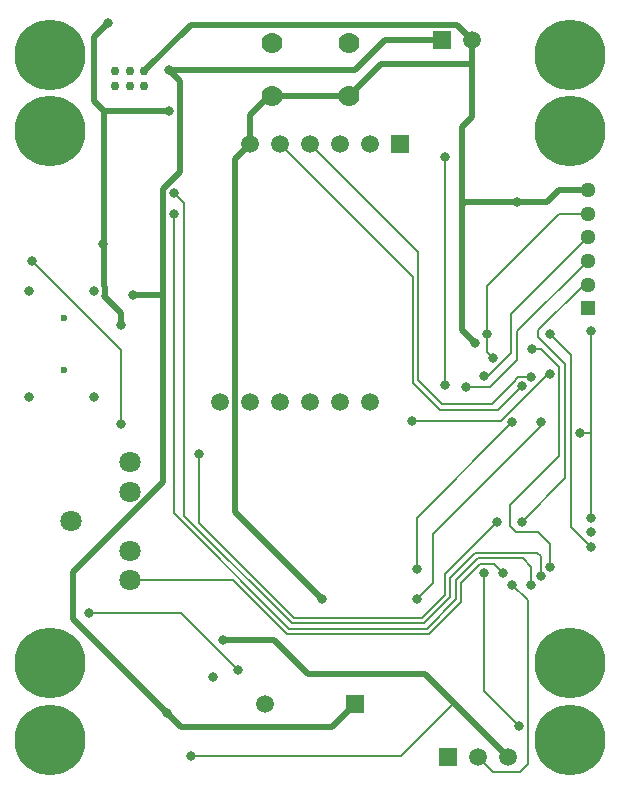
<source format=gbl>
G04 Layer_Physical_Order=2*
G04 Layer_Color=16711680*
%FSTAX24Y24*%
%MOIN*%
G70*
G01*
G75*
%ADD33C,0.0200*%
%ADD34C,0.0080*%
%ADD36C,0.0591*%
%ADD37R,0.0591X0.0591*%
%ADD38R,0.0591X0.0591*%
%ADD39C,0.0512*%
%ADD40R,0.0512X0.0512*%
%ADD41C,0.0236*%
%ADD42C,0.0709*%
%ADD43C,0.0300*%
%ADD44C,0.0700*%
%ADD45C,0.0591*%
%ADD46C,0.2362*%
%ADD47C,0.0320*%
D33*
X074656Y064895D02*
X083545D01*
X08404Y0644D01*
X08554Y058998D02*
X08654D01*
X08694Y059398D01*
X087892D01*
X08344Y0423D02*
X08524Y0405D01*
X082481Y043259D02*
X08344Y0423D01*
X078581Y043259D02*
X082481D01*
X07744Y0444D02*
X078581Y043259D01*
X07574Y0444D02*
X07744D01*
X07614Y048661D02*
Y060429D01*
Y048661D02*
X07904Y045761D01*
X07614Y060429D02*
X07664Y060929D01*
X07177Y056193D02*
Y06204D01*
Y056193D02*
X071796Y056168D01*
Y05587D02*
Y056168D01*
X071783Y055857D02*
X071796Y05587D01*
X071783Y055857D02*
X07234Y0553D01*
Y0549D02*
Y0553D01*
X07311Y06335D02*
X074656Y064895D01*
X07394Y0634D02*
X08014D01*
X08114Y0644D01*
X08304D01*
X07664Y060929D02*
Y0619D01*
X077258Y062518D01*
X077364D01*
X079923D01*
X081005Y0636D01*
X08404D01*
X083789Y058998D02*
X08554D01*
X08404Y0636D02*
Y0644D01*
Y061849D02*
Y0636D01*
X07074Y0451D02*
X07434Y0415D01*
X07074Y046664D02*
X073735Y049658D01*
X07074Y0451D02*
Y046664D01*
X07434Y0415D02*
X079381D01*
X073735Y0559D02*
Y059449D01*
Y049658D02*
Y0559D01*
X07274D02*
X073735D01*
X079381Y0415D02*
X08014Y042259D01*
X073735Y059449D02*
X0743Y060015D01*
Y06304D01*
X07394Y0634D02*
X0743Y06304D01*
X07144Y06451D02*
X07189Y06496D01*
X07186Y06204D02*
X07394D01*
X07144Y06237D02*
X07177Y06204D01*
X07144Y06237D02*
Y06451D01*
X083691Y0589D02*
Y0615D01*
X08404Y061849D01*
X083691Y054749D02*
Y0589D01*
X083789Y058998D01*
X083691Y054749D02*
X08414Y0543D01*
D34*
X08734Y048151D02*
X087994Y047498D01*
X08734Y048151D02*
Y0539D01*
X08714Y049789D02*
Y0536D01*
X085698Y048346D02*
X08714Y049789D01*
X086943Y050545D02*
Y0535D01*
X085289Y048891D02*
X086943Y050545D01*
X08274Y046302D02*
Y047943D01*
X082199Y045761D02*
X08274Y046302D01*
Y047943D02*
X086328Y05153D01*
Y051654D01*
X08664Y0546D02*
X08734Y0539D01*
X08534Y055271D02*
X087892Y057823D01*
X08534Y053976D02*
Y055271D01*
X084565Y0532D02*
X08534Y053976D01*
X08554Y054683D02*
X087892Y057035D01*
X08554Y053746D02*
Y054683D01*
X08464Y052846D02*
X08554Y053746D01*
X08206Y05298D02*
X082967Y052074D01*
X07764Y060929D02*
X08206Y056509D01*
Y05298D02*
Y056509D01*
X07864Y060929D02*
X08224Y057329D01*
Y053055D02*
Y057329D01*
Y053055D02*
X083041Y052254D01*
X084694D01*
X082967Y052074D02*
X084918D01*
X085574Y053154D02*
X086013D01*
X085398Y052978D02*
X085574Y053154D01*
X085398Y052957D02*
Y052978D01*
X084694Y052254D02*
X085398Y052957D01*
X084918Y052074D02*
X085698Y052854D01*
X077877Y0446D02*
X082604D01*
X077951Y04478D02*
X082529D01*
X074095Y048637D02*
Y0586D01*
X078026Y04496D02*
X082455D01*
X07444Y048545D02*
Y058954D01*
Y048545D02*
X078026Y04496D01*
X074095Y048637D02*
X077951Y04478D01*
X076084Y046393D02*
X077877Y0446D01*
X072638Y046393D02*
X076084D01*
X0781Y04514D02*
X08238D01*
X07494Y0483D02*
X0781Y04514D01*
X07494Y0483D02*
Y0506D01*
X08368Y045676D02*
Y046313D01*
X0835Y045751D02*
Y046388D01*
X08332Y045825D02*
Y04648D01*
X082604Y0446D02*
X08368Y045676D01*
X082529Y04478D02*
X0835Y045751D01*
X082455Y04496D02*
X08332Y045825D01*
X08314Y0459D02*
Y0466D01*
X08238Y04514D02*
X08314Y0459D01*
X08368Y046313D02*
X084314Y046946D01*
X0835Y046388D02*
X084239Y047126D01*
X08332Y04648D02*
X084147Y047306D01*
X08314Y0466D02*
X084887Y048346D01*
X08314Y0529D02*
Y0605D01*
X08204Y051688D02*
X084993D01*
X086559Y053254D01*
X08624Y054729D02*
X087759Y056248D01*
X087892D01*
X08454Y0562D02*
X086951Y05861D01*
X087892D01*
X087995Y0513D02*
Y0547D01*
Y048506D02*
Y0513D01*
X08764D02*
X087995D01*
Y048506D02*
X088019Y048482D01*
X081686Y040546D02*
X08344Y0423D01*
X074686Y040546D02*
X081686D01*
X08424Y0405D02*
X08474Y04D01*
X08564D01*
X085895Y040254D01*
X07234Y0516D02*
Y054071D01*
X069388Y057023D02*
X07234Y054071D01*
X086559Y053254D02*
X086643D01*
X074095Y0593D02*
X07444Y058954D01*
X08624Y0545D02*
Y054729D01*
Y0545D02*
X08714Y0536D01*
X085733Y047126D02*
X086013Y046846D01*
Y046246D02*
Y046846D01*
X085895Y040254D02*
Y045735D01*
X085383Y046246D02*
X085895Y045735D01*
X084147Y047306D02*
X086214D01*
X086328Y047193D01*
Y046546D02*
Y047193D01*
X085289Y0482D02*
X085489Y048D01*
X08624D01*
X086643Y047598D01*
Y046846D02*
Y047598D01*
X084239Y047126D02*
X085733D01*
X084314Y046946D02*
X084768D01*
X085068Y046646D01*
X084438Y042702D02*
X085595Y041546D01*
X084438Y042702D02*
Y046646D01*
X07126Y0453D02*
X07434D01*
X07624Y0434D01*
X085289Y0482D02*
Y048891D01*
X08604Y0541D02*
X086343D01*
X086943Y0535D01*
X08384Y052846D02*
X08464D01*
X082199Y04847D02*
X085383Y051654D01*
X082199Y046761D02*
Y04847D01*
X084438Y0532D02*
X084565D01*
X08454Y0546D02*
Y0562D01*
Y054D02*
X08474Y0538D01*
X08454Y054D02*
Y0546D01*
D36*
X07714Y042259D02*
D03*
X08424Y0405D02*
D03*
X08524D02*
D03*
X07564Y052329D02*
D03*
X07664D02*
D03*
X07764D02*
D03*
X07864D02*
D03*
X07964D02*
D03*
X07664Y060929D02*
D03*
X07764D02*
D03*
X07864D02*
D03*
X07964D02*
D03*
X08064D02*
D03*
X08404Y0644D02*
D03*
D37*
X08014Y042259D02*
D03*
D38*
X08324Y0405D02*
D03*
X08164Y060929D02*
D03*
X08304Y0644D02*
D03*
D39*
X087892Y059398D02*
D03*
Y05861D02*
D03*
Y057823D02*
D03*
Y056248D02*
D03*
Y057035D02*
D03*
D40*
Y055461D02*
D03*
D41*
X070451Y055133D02*
D03*
Y053401D02*
D03*
D42*
X072638Y047377D02*
D03*
Y049346D02*
D03*
Y046393D02*
D03*
Y05033D02*
D03*
X070669Y048361D02*
D03*
D43*
X07215Y06335D02*
D03*
X07263D02*
D03*
X07311D02*
D03*
X07215Y06285D02*
D03*
X07263D02*
D03*
X07311D02*
D03*
D44*
X079923Y062518D02*
D03*
X077364D02*
D03*
X079923Y06429D02*
D03*
X077364D02*
D03*
D45*
X08064Y052329D02*
D03*
D46*
X087302Y041078D02*
D03*
X069979Y041078D02*
D03*
X087302Y063913D02*
D03*
X069979D02*
D03*
X087302Y043637D02*
D03*
Y061354D02*
D03*
X069979Y043637D02*
D03*
Y061354D02*
D03*
D47*
X08314Y0529D02*
D03*
Y0605D02*
D03*
X088019Y048482D02*
D03*
X087995Y0547D02*
D03*
X07574Y0444D02*
D03*
X08204Y051688D02*
D03*
X07904Y045761D02*
D03*
X074686Y040546D02*
D03*
X07174Y0576D02*
D03*
X07234Y0549D02*
D03*
X08554Y058998D02*
D03*
X07494Y0506D02*
D03*
X07234Y0516D02*
D03*
X084887Y048346D02*
D03*
X071436Y052515D02*
D03*
Y056019D02*
D03*
X06927D02*
D03*
Y052515D02*
D03*
X073877Y041979D02*
D03*
X07274Y0559D02*
D03*
X08664Y0546D02*
D03*
X087994Y047498D02*
D03*
Y048013D02*
D03*
X085383Y046246D02*
D03*
X074095Y0586D02*
D03*
Y0593D02*
D03*
X085068Y046646D02*
D03*
X084438D02*
D03*
X07624Y0434D02*
D03*
X085698Y048346D02*
D03*
X086013Y046246D02*
D03*
X086328Y046546D02*
D03*
X08604Y0541D02*
D03*
X086643Y046846D02*
D03*
X082199Y045761D02*
D03*
Y046761D02*
D03*
X086643Y053254D02*
D03*
X086328Y051654D02*
D03*
X086013Y053154D02*
D03*
X085698Y052854D02*
D03*
X085383Y051654D02*
D03*
X08384Y052846D02*
D03*
X08414Y0543D02*
D03*
X084438Y0532D02*
D03*
X08454Y0546D02*
D03*
X08474Y0538D02*
D03*
X08764Y0513D02*
D03*
X085595Y041546D02*
D03*
X075395Y043154D02*
D03*
X07126Y0453D02*
D03*
X07189Y06496D02*
D03*
X07394Y06204D02*
D03*
Y0634D02*
D03*
X069388Y057023D02*
D03*
M02*

</source>
